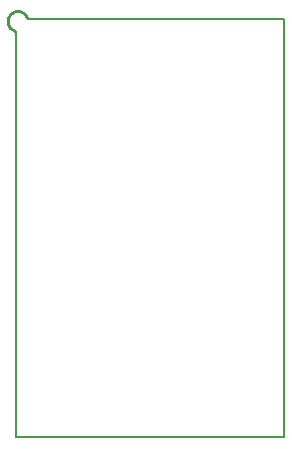
<source format=gm1>
G04*
G04 #@! TF.GenerationSoftware,Altium Limited,Altium Designer,20.1.14 (287)*
G04*
G04 Layer_Color=16711935*
%FSLAX25Y25*%
%MOIN*%
G70*
G04*
G04 #@! TF.SameCoordinates,EDD9B4B2-C76D-452E-86CE-AE9E56570F27*
G04*
G04*
G04 #@! TF.FilePolarity,Positive*
G04*
G01*
G75*
%ADD14C,0.01000*%
%ADD16C,0.00800*%
D14*
X166706Y426667D02*
G03*
X162529Y422296I-3206J-1118D01*
G01*
D16*
X162661Y287065D02*
X252161Y287065D01*
X252161D02*
X252161Y426565D01*
X162661Y287065D02*
Y422259D01*
X166740Y426565D02*
X167661D01*
X250062Y426565D02*
X252161D01*
X167201Y426565D02*
X250062D01*
M02*

</source>
